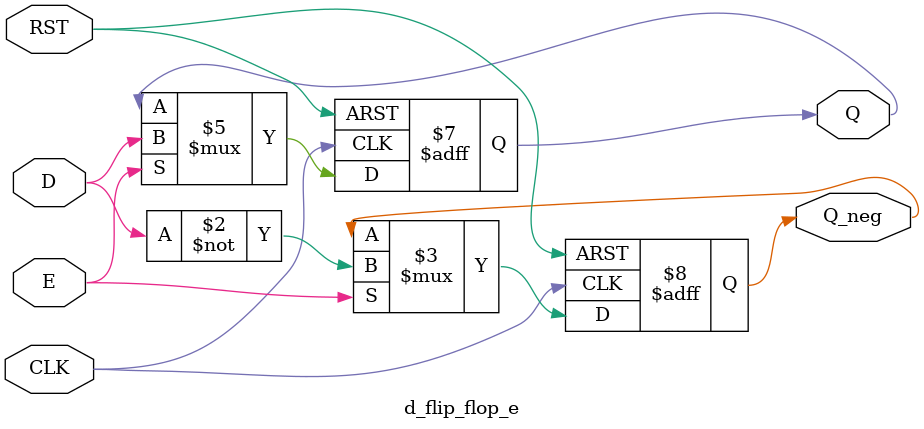
<source format=v>
`ifndef D_FLIP_FLOP_E_V
`define D_FLIP_FLOP_E_V

module d_flip_flop_e (
    input wire D,
    input wire E,
    input wire RST,
    input wire CLK,
    output reg Q,
    output reg Q_neg
);
    
    // behavioral description
    always @(posedge CLK, posedge RST) begin
        if (RST) begin
            Q <= 0;
            Q_neg <= 1;
        end
        else if (E) begin
            Q <= D;
            Q_neg <= ~D;
        end
    end

endmodule

`endif
</source>
